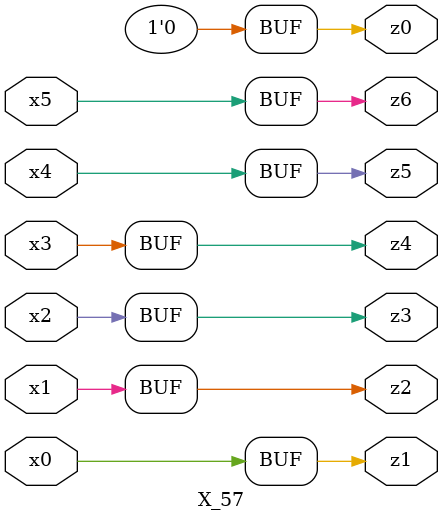
<source format=v>

module X_57 ( 
    x0, x1, x2, x3, x4, x5,
    z0, z1, z2, z3, z4, z5, z6  );
  input  x0, x1, x2, x3, x4, x5;
  output z0, z1, z2, z3, z4, z5, z6;
  assign z0 = 1'b0;
  assign z1 = x0;
  assign z2 = x1;
  assign z3 = x2;
  assign z4 = x3;
  assign z5 = x4;
  assign z6 = x5;
endmodule



</source>
